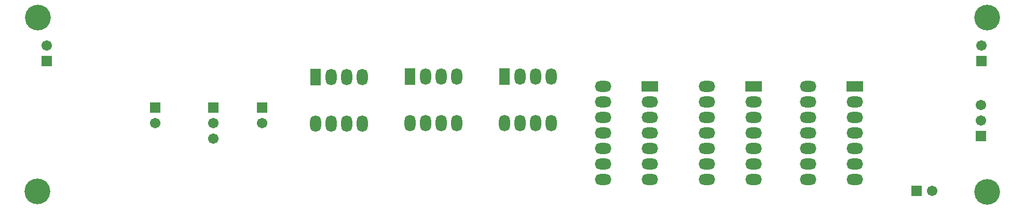
<source format=gbr>
%FSDAX33Y33*%
%MOMM*%
%SFA1B1*%

%IPPOS*%
%ADD13C,1.703200*%
%ADD14R,1.703200X1.703200*%
%ADD15O,1.803199X2.703200*%
%ADD16R,1.803199X2.703200*%
%ADD17O,2.703200X1.803199*%
%ADD18R,2.703200X1.803199*%
%ADD19C,4.203200*%
%LNfilm4-1*%
%LPD*%
G54D14*
X165455Y032588D03*
G54D13*
X165455Y035128D03*
G54D14*
X165328Y020269D03*
G54D13*
X165328Y022809D03*
Y025349D03*
X157378Y011352D03*
G54D14*
X154838Y011352D03*
G54D17*
X144776Y013166D03*
Y015706D03*
Y018246D03*
Y020786D03*
Y023326D03*
Y025866D03*
G54D18*
X144776Y028406D03*
G54D17*
X137156Y013166D03*
Y015706D03*
Y018246D03*
Y020786D03*
Y023326D03*
Y025866D03*
Y028406D03*
X128248Y013166D03*
Y015706D03*
Y018246D03*
Y020786D03*
Y023326D03*
Y025866D03*
G54D18*
X128248Y028406D03*
G54D17*
X120628Y013166D03*
Y015706D03*
Y018246D03*
Y020786D03*
Y023326D03*
Y025866D03*
Y028406D03*
X111318Y013166D03*
Y015706D03*
Y018246D03*
Y020786D03*
Y023326D03*
Y025866D03*
G54D18*
X111318Y028406D03*
G54D17*
X103698Y013166D03*
Y015706D03*
Y018246D03*
Y020786D03*
Y023326D03*
Y025866D03*
Y028406D03*
G54D15*
X095197Y022469D03*
Y030089D03*
X092657Y022469D03*
Y030089D03*
X090117Y022469D03*
Y030089D03*
X087577Y022469D03*
G54D16*
X087577Y030089D03*
G54D15*
X079806Y022469D03*
Y030089D03*
X077266Y022469D03*
Y030089D03*
X074726Y022469D03*
Y030089D03*
X072186Y022469D03*
G54D16*
X072186Y030089D03*
G54D15*
X064455Y022356D03*
Y029976D03*
X061915Y022356D03*
Y029976D03*
X059375Y022356D03*
Y029976D03*
X056835Y022356D03*
G54D16*
X056835Y029976D03*
G54D13*
X048104Y022428D03*
G54D14*
X048104Y024968D03*
G54D13*
X040084Y019888D03*
Y022428D03*
G54D14*
X040084Y024968D03*
G54D13*
X030598Y022428D03*
G54D14*
X030598Y024968D03*
X012928Y032588D03*
G54D13*
X012928Y035128D03*
G54D19*
X166344Y011125D03*
Y039700D03*
X011531D03*
X011404Y011252D03*
M02*
</source>
